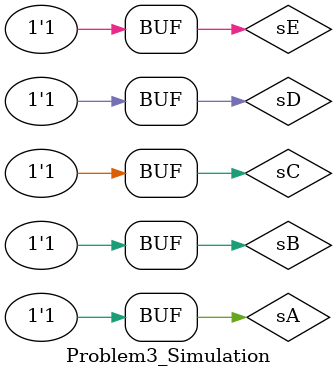
<source format=sv>
`timescale 1ns / 1ps

module Problem3_Simulation();

logic sA, sB, sC, sD, sE, sF;

Problem3 UUT (
        .A(sA), .B(sB), .C(sC),
        .D(sD), .E(sE), .F(sF));
        
    initial begin
        // Same technique as in problem 1
        for (byte a = 0; a < 2; a++) begin
            for (byte b = 0; b < 2; b++) begin
                for (byte c = 0; c < 2; c++) begin
                    for (byte d = 0; d < 2; d++) begin
                        for (byte e = 0; e < 2; e++) begin
                            sA = a; sB = b;
                            sC = c; sD = d; sE = e;
                            #10; // delay amount (ns)
                        end
                    end
                end
            end
        end
    end
    
endmodule

</source>
